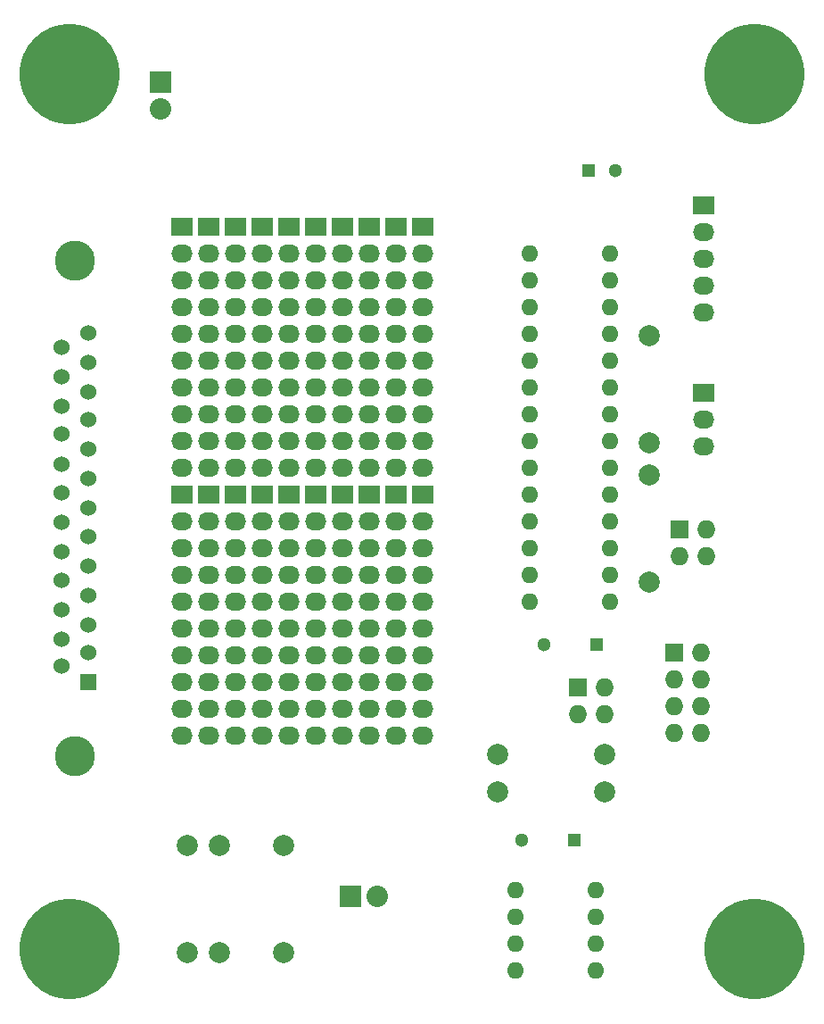
<source format=gbs>
G04 #@! TF.FileFunction,Soldermask,Bot*
%FSLAX46Y46*%
G04 Gerber Fmt 4.6, Leading zero omitted, Abs format (unit mm)*
G04 Created by KiCad (PCBNEW (after 2015-mar-04 BZR unknown)-product) date 10/26/2016 1:01:30 PM*
%MOMM*%
G01*
G04 APERTURE LIST*
%ADD10C,0.150000*%
%ADD11C,9.525000*%
%ADD12R,2.032000X2.032000*%
%ADD13O,2.032000X2.032000*%
%ADD14R,1.300000X1.300000*%
%ADD15C,1.300000*%
%ADD16O,1.600000X1.600000*%
%ADD17R,1.727200X1.727200*%
%ADD18O,1.727200X1.727200*%
%ADD19R,2.032000X1.727200*%
%ADD20O,2.032000X1.727200*%
%ADD21C,1.998980*%
%ADD22C,3.810000*%
%ADD23R,1.524000X1.524000*%
%ADD24C,1.524000*%
G04 APERTURE END LIST*
D10*
D11*
X16000000Y-16000000D03*
X81000000Y-16000000D03*
X16000000Y-99000000D03*
X81000000Y-99000000D03*
D12*
X42672000Y-93980000D03*
D13*
X45212000Y-93980000D03*
D14*
X66040000Y-70104000D03*
D15*
X61040000Y-70104000D03*
D14*
X63881000Y-88646000D03*
D15*
X58881000Y-88646000D03*
D16*
X59690000Y-33020000D03*
X59690000Y-35560000D03*
X59690000Y-38100000D03*
X59690000Y-40640000D03*
X59690000Y-43180000D03*
X59690000Y-45720000D03*
X59690000Y-48260000D03*
X59690000Y-50800000D03*
X59690000Y-53340000D03*
X59690000Y-55880000D03*
X59690000Y-58420000D03*
X59690000Y-60960000D03*
X59690000Y-63500000D03*
X59690000Y-66040000D03*
X67310000Y-66040000D03*
X67310000Y-63500000D03*
X67310000Y-60960000D03*
X67310000Y-58420000D03*
X67310000Y-55880000D03*
X67310000Y-53340000D03*
X67310000Y-50800000D03*
X67310000Y-48260000D03*
X67310000Y-45720000D03*
X67310000Y-43180000D03*
X67310000Y-40640000D03*
X67310000Y-38100000D03*
X67310000Y-35560000D03*
X67310000Y-33020000D03*
X58293000Y-93345000D03*
X58293000Y-95885000D03*
X58293000Y-98425000D03*
X58293000Y-100965000D03*
X65913000Y-100965000D03*
X65913000Y-98425000D03*
X65913000Y-95885000D03*
X65913000Y-93345000D03*
D17*
X73406000Y-70866000D03*
D18*
X75946000Y-70866000D03*
X73406000Y-73406000D03*
X75946000Y-73406000D03*
X73406000Y-75946000D03*
X75946000Y-75946000D03*
X73406000Y-78486000D03*
X75946000Y-78486000D03*
D19*
X76200000Y-28448000D03*
D20*
X76200000Y-30988000D03*
X76200000Y-33528000D03*
X76200000Y-36068000D03*
X76200000Y-38608000D03*
D21*
X66802000Y-80518000D03*
X56642000Y-80518000D03*
X66802000Y-84074000D03*
X56642000Y-84074000D03*
X71000000Y-51000000D03*
X71000000Y-40840000D03*
X71000000Y-54000000D03*
X71000000Y-64160000D03*
X36322000Y-99314000D03*
X36322000Y-89154000D03*
X27178000Y-99314000D03*
X27178000Y-89154000D03*
X30226000Y-99314000D03*
X30226000Y-89154000D03*
D17*
X73914000Y-59182000D03*
D18*
X76454000Y-59182000D03*
X73914000Y-61722000D03*
X76454000Y-61722000D03*
D17*
X64262000Y-74168000D03*
D18*
X66802000Y-74168000D03*
X64262000Y-76708000D03*
X66802000Y-76708000D03*
D14*
X65278000Y-25146000D03*
D15*
X67778000Y-25146000D03*
D22*
X16510000Y-33655000D03*
X16510000Y-80645000D03*
D23*
X17780000Y-73660000D03*
D24*
X17780000Y-70866000D03*
X17780000Y-68199000D03*
X17780000Y-65405000D03*
X17780000Y-62611000D03*
X17780000Y-59817000D03*
X17780000Y-57150000D03*
X17780000Y-54356000D03*
X17780000Y-51562000D03*
X17780000Y-48768000D03*
X17780000Y-46101000D03*
X17780000Y-43307000D03*
X17780000Y-40513000D03*
X15240000Y-72085200D03*
X15240000Y-69545200D03*
X15240000Y-66751200D03*
X15240000Y-64008000D03*
X15240000Y-61264800D03*
X15240000Y-58470800D03*
X15240000Y-55727600D03*
X15240000Y-52984400D03*
X15240000Y-50139600D03*
X15240000Y-47447200D03*
X15240000Y-44704000D03*
X15240000Y-41910000D03*
D19*
X41910000Y-30480000D03*
D20*
X41910000Y-33020000D03*
X41910000Y-35560000D03*
X41910000Y-38100000D03*
X41910000Y-40640000D03*
X41910000Y-43180000D03*
X41910000Y-45720000D03*
X41910000Y-48260000D03*
X41910000Y-50800000D03*
X41910000Y-53340000D03*
D19*
X44450000Y-55880000D03*
D20*
X44450000Y-58420000D03*
X44450000Y-60960000D03*
X44450000Y-63500000D03*
X44450000Y-66040000D03*
X44450000Y-68580000D03*
X44450000Y-71120000D03*
X44450000Y-73660000D03*
X44450000Y-76200000D03*
X44450000Y-78740000D03*
D19*
X46990000Y-30480000D03*
D20*
X46990000Y-33020000D03*
X46990000Y-35560000D03*
X46990000Y-38100000D03*
X46990000Y-40640000D03*
X46990000Y-43180000D03*
X46990000Y-45720000D03*
X46990000Y-48260000D03*
X46990000Y-50800000D03*
X46990000Y-53340000D03*
D19*
X46990000Y-55880000D03*
D20*
X46990000Y-58420000D03*
X46990000Y-60960000D03*
X46990000Y-63500000D03*
X46990000Y-66040000D03*
X46990000Y-68580000D03*
X46990000Y-71120000D03*
X46990000Y-73660000D03*
X46990000Y-76200000D03*
X46990000Y-78740000D03*
D19*
X44450000Y-30480000D03*
D20*
X44450000Y-33020000D03*
X44450000Y-35560000D03*
X44450000Y-38100000D03*
X44450000Y-40640000D03*
X44450000Y-43180000D03*
X44450000Y-45720000D03*
X44450000Y-48260000D03*
X44450000Y-50800000D03*
X44450000Y-53340000D03*
D19*
X41910000Y-55880000D03*
D20*
X41910000Y-58420000D03*
X41910000Y-60960000D03*
X41910000Y-63500000D03*
X41910000Y-66040000D03*
X41910000Y-68580000D03*
X41910000Y-71120000D03*
X41910000Y-73660000D03*
X41910000Y-76200000D03*
X41910000Y-78740000D03*
D19*
X31750000Y-55880000D03*
D20*
X31750000Y-58420000D03*
X31750000Y-60960000D03*
X31750000Y-63500000D03*
X31750000Y-66040000D03*
X31750000Y-68580000D03*
X31750000Y-71120000D03*
X31750000Y-73660000D03*
X31750000Y-76200000D03*
X31750000Y-78740000D03*
D19*
X34290000Y-30480000D03*
D20*
X34290000Y-33020000D03*
X34290000Y-35560000D03*
X34290000Y-38100000D03*
X34290000Y-40640000D03*
X34290000Y-43180000D03*
X34290000Y-45720000D03*
X34290000Y-48260000D03*
X34290000Y-50800000D03*
X34290000Y-53340000D03*
D19*
X29210000Y-55880000D03*
D20*
X29210000Y-58420000D03*
X29210000Y-60960000D03*
X29210000Y-63500000D03*
X29210000Y-66040000D03*
X29210000Y-68580000D03*
X29210000Y-71120000D03*
X29210000Y-73660000D03*
X29210000Y-76200000D03*
X29210000Y-78740000D03*
D19*
X29210000Y-30480000D03*
D20*
X29210000Y-33020000D03*
X29210000Y-35560000D03*
X29210000Y-38100000D03*
X29210000Y-40640000D03*
X29210000Y-43180000D03*
X29210000Y-45720000D03*
X29210000Y-48260000D03*
X29210000Y-50800000D03*
X29210000Y-53340000D03*
D19*
X31750000Y-30480000D03*
D20*
X31750000Y-33020000D03*
X31750000Y-35560000D03*
X31750000Y-38100000D03*
X31750000Y-40640000D03*
X31750000Y-43180000D03*
X31750000Y-45720000D03*
X31750000Y-48260000D03*
X31750000Y-50800000D03*
X31750000Y-53340000D03*
D19*
X34290000Y-55880000D03*
D20*
X34290000Y-58420000D03*
X34290000Y-60960000D03*
X34290000Y-63500000D03*
X34290000Y-66040000D03*
X34290000Y-68580000D03*
X34290000Y-71120000D03*
X34290000Y-73660000D03*
X34290000Y-76200000D03*
X34290000Y-78740000D03*
D19*
X39370000Y-55880000D03*
D20*
X39370000Y-58420000D03*
X39370000Y-60960000D03*
X39370000Y-63500000D03*
X39370000Y-66040000D03*
X39370000Y-68580000D03*
X39370000Y-71120000D03*
X39370000Y-73660000D03*
X39370000Y-76200000D03*
X39370000Y-78740000D03*
D19*
X39370000Y-30480000D03*
D20*
X39370000Y-33020000D03*
X39370000Y-35560000D03*
X39370000Y-38100000D03*
X39370000Y-40640000D03*
X39370000Y-43180000D03*
X39370000Y-45720000D03*
X39370000Y-48260000D03*
X39370000Y-50800000D03*
X39370000Y-53340000D03*
D19*
X36830000Y-30480000D03*
D20*
X36830000Y-33020000D03*
X36830000Y-35560000D03*
X36830000Y-38100000D03*
X36830000Y-40640000D03*
X36830000Y-43180000D03*
X36830000Y-45720000D03*
X36830000Y-48260000D03*
X36830000Y-50800000D03*
X36830000Y-53340000D03*
D19*
X36830000Y-55880000D03*
D20*
X36830000Y-58420000D03*
X36830000Y-60960000D03*
X36830000Y-63500000D03*
X36830000Y-66040000D03*
X36830000Y-68580000D03*
X36830000Y-71120000D03*
X36830000Y-73660000D03*
X36830000Y-76200000D03*
X36830000Y-78740000D03*
D19*
X26670000Y-30480000D03*
D20*
X26670000Y-33020000D03*
X26670000Y-35560000D03*
X26670000Y-38100000D03*
X26670000Y-40640000D03*
X26670000Y-43180000D03*
X26670000Y-45720000D03*
X26670000Y-48260000D03*
X26670000Y-50800000D03*
X26670000Y-53340000D03*
D19*
X26670000Y-55880000D03*
D20*
X26670000Y-58420000D03*
X26670000Y-60960000D03*
X26670000Y-63500000D03*
X26670000Y-66040000D03*
X26670000Y-68580000D03*
X26670000Y-71120000D03*
X26670000Y-73660000D03*
X26670000Y-76200000D03*
X26670000Y-78740000D03*
D19*
X49530000Y-55880000D03*
D20*
X49530000Y-58420000D03*
X49530000Y-60960000D03*
X49530000Y-63500000D03*
X49530000Y-66040000D03*
X49530000Y-68580000D03*
X49530000Y-71120000D03*
X49530000Y-73660000D03*
X49530000Y-76200000D03*
X49530000Y-78740000D03*
D19*
X49530000Y-30480000D03*
D20*
X49530000Y-33020000D03*
X49530000Y-35560000D03*
X49530000Y-38100000D03*
X49530000Y-40640000D03*
X49530000Y-43180000D03*
X49530000Y-45720000D03*
X49530000Y-48260000D03*
X49530000Y-50800000D03*
X49530000Y-53340000D03*
D19*
X76200000Y-46228000D03*
D20*
X76200000Y-48768000D03*
X76200000Y-51308000D03*
D12*
X24638000Y-16764000D03*
D13*
X24638000Y-19304000D03*
M02*

</source>
